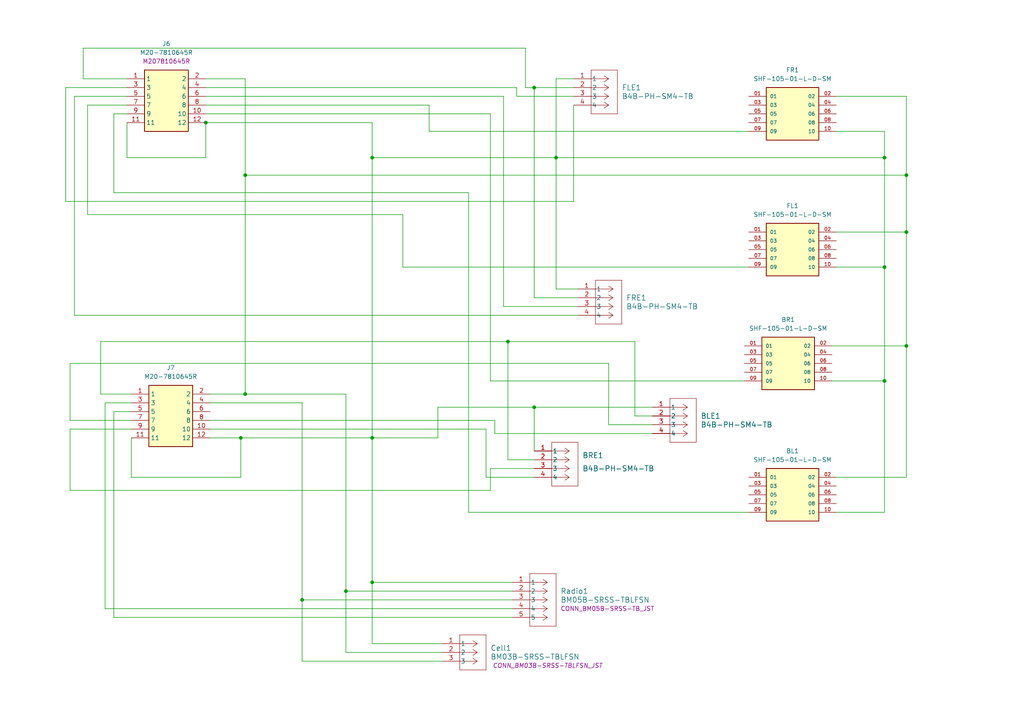
<source format=kicad_sch>
(kicad_sch (version 20230121) (generator eeschema)
  (paper "A4")
  (lib_symbols
    (symbol "2023-07-16_03-16-01:BM05B-SRSS-TBLFSN" (pin_names (offset 0.254))
      (property "Reference" "J3" (at 13.97 -3.81 0))
      (property "Value" "BM05B-SRSS-TBLFSN" (at 13.97 -6.35 0))
      (property "Footprint" "CONN_BM05B-SRSS-TB_JST" (at 0 0 0))
      (symbol "BM05B-SRSS-TBLFSN_1_1"
        (polyline (pts (xy 5.08 -12.7) (xy 12.7 -12.7)) (stroke (width 0.127)))
        (polyline (pts (xy 5.08 2.54) (xy 5.08 -12.7)) (stroke (width 0.127)))
        (polyline (pts (xy 10.16 -10.16) (xy 5.08 -10.16)) (stroke (width 0.127)))
        (polyline (pts (xy 10.16 -10.16) (xy 8.89 -11.0067)) (stroke (width 0.127)))
        (polyline (pts (xy 10.16 -10.16) (xy 8.89 -9.3133)) (stroke (width 0.127)))
        (polyline (pts (xy 10.16 -7.62) (xy 5.08 -7.62)) (stroke (width 0.127)))
        (polyline (pts (xy 10.16 -7.62) (xy 8.89 -8.4667)) (stroke (width 0.127)))
        (polyline (pts (xy 10.16 -7.62) (xy 8.89 -6.7733)) (stroke (width 0.127)))
        (polyline (pts (xy 10.16 -5.08) (xy 5.08 -5.08)) (stroke (width 0.127)))
        (polyline (pts (xy 10.16 -5.08) (xy 8.89 -5.9267)) (stroke (width 0.127)))
        (polyline (pts (xy 10.16 -5.08) (xy 8.89 -4.2333)) (stroke (width 0.127)))
        (polyline (pts (xy 10.16 -2.54) (xy 5.08 -2.54)) (stroke (width 0.127)))
        (polyline (pts (xy 10.16 -2.54) (xy 8.89 -3.3867)) (stroke (width 0.127)))
        (polyline (pts (xy 10.16 -2.54) (xy 8.89 -1.6933)) (stroke (width 0.127)))
        (polyline (pts (xy 10.16 0) (xy 5.08 0)) (stroke (width 0.127)))
        (polyline (pts (xy 10.16 0) (xy 8.89 -0.8467)) (stroke (width 0.127)))
        (polyline (pts (xy 10.16 0) (xy 8.89 0.8467)) (stroke (width 0.127)))
        (polyline (pts (xy 12.7 -12.7) (xy 12.7 2.54)) (stroke (width 0.127)))
        (polyline (pts (xy 12.7 2.54) (xy 5.08 2.54)) (stroke (width 0.127)))
        (pin unspecified line (at 0 0 0) (length 5.08) (name "1") (number "1"))
        (pin unspecified line (at 0 -2.54 0) (length 5.08) (name "2") (number "2"))
        (pin unspecified line (at 0 -5.08 0) (length 5.08) (name "3") (number "3"))
        (pin unspecified line (at 0 -7.62 0) (length 5.08) (name "4") (number "4"))
        (pin unspecified line (at 0 -10.16 0) (length 5.08) (name "5") (number "5"))
      )
      (symbol "BM05B-SRSS-TBLFSN_1_2"
        (polyline (pts (xy 5.08 -12.7) (xy 12.7 -12.7)) (stroke (width 0.127)))
        (polyline (pts (xy 5.08 2.54) (xy 5.08 -12.7)) (stroke (width 0.127)))
        (polyline (pts (xy 7.62 -10.16) (xy 5.08 -10.16)) (stroke (width 0.127)))
        (polyline (pts (xy 7.62 -10.16) (xy 8.89 -11.0067)) (stroke (width 0.127)))
        (polyline (pts (xy 7.62 -10.16) (xy 8.89 -9.3133)) (stroke (width 0.127)))
        (polyline (pts (xy 7.62 -7.62) (xy 5.08 -7.62)) (stroke (width 0.127)))
        (polyline (pts (xy 7.62 -7.62) (xy 8.89 -8.4667)) (stroke (width 0.127)))
        (polyline (pts (xy 7.62 -7.62) (xy 8.89 -6.7733)) (stroke (width 0.127)))
        (polyline (pts (xy 7.62 -5.08) (xy 5.08 -5.08)) (stroke (width 0.127)))
        (polyline (pts (xy 7.62 -5.08) (xy 8.89 -5.9267)) (stroke (width 0.127)))
        (polyline (pts (xy 7.62 -5.08) (xy 8.89 -4.2333)) (stroke (width 0.127)))
        (polyline (pts (xy 7.62 -2.54) (xy 5.08 -2.54)) (stroke (width 0.127)))
        (polyline (pts (xy 7.62 -2.54) (xy 8.89 -3.3867)) (stroke (width 0.127)))
        (polyline (pts (xy 7.62 -2.54) (xy 8.89 -1.6933)) (stroke (width 0.127)))
        (polyline (pts (xy 7.62 0) (xy 5.08 0)) (stroke (width 0.127)))
        (polyline (pts (xy 7.62 0) (xy 8.89 -0.8467)) (stroke (width 0.127)))
        (polyline (pts (xy 7.62 0) (xy 8.89 0.8467)) (stroke (width 0.127)))
        (polyline (pts (xy 12.7 -12.7) (xy 12.7 2.54)) (stroke (width 0.127)))
        (polyline (pts (xy 12.7 2.54) (xy 5.08 2.54)) (stroke (width 0.127)))
        (pin unspecified line (at 0 0 0) (length 5.08) (name "1") (number "1"))
        (pin unspecified line (at 0 -2.54 0) (length 5.08) (name "2") (number "2"))
        (pin unspecified line (at 0 -5.08 0) (length 5.08) (name "3") (number "3"))
        (pin unspecified line (at 0 -7.62 0) (length 5.08) (name "4") (number "4"))
        (pin unspecified line (at 0 -10.16 0) (length 5.08) (name "5") (number "5"))
      )
    )
    (symbol "2023-07-18_18-49-26:B4B-PH-SM4-TB" (pin_names (offset 0.254))
      (property "Reference" "J" (at 8.89 6.35 0))
      (property "Value" "B4B-PH-SM4-TB" (at 0 0 0))
      (symbol "B4B-PH-SM4-TB_1_1"
        (polyline (pts (xy 5.08 -10.16) (xy 12.7 -10.16)) (stroke (width 0.127)))
        (polyline (pts (xy 5.08 2.54) (xy 5.08 -10.16)) (stroke (width 0.127)))
        (polyline (pts (xy 10.16 -7.62) (xy 5.08 -7.62)) (stroke (width 0.127)))
        (polyline (pts (xy 10.16 -7.62) (xy 8.89 -8.4667)) (stroke (width 0.127)))
        (polyline (pts (xy 10.16 -7.62) (xy 8.89 -6.7733)) (stroke (width 0.127)))
        (polyline (pts (xy 10.16 -5.08) (xy 5.08 -5.08)) (stroke (width 0.127)))
        (polyline (pts (xy 10.16 -5.08) (xy 8.89 -5.9267)) (stroke (width 0.127)))
        (polyline (pts (xy 10.16 -5.08) (xy 8.89 -4.2333)) (stroke (width 0.127)))
        (polyline (pts (xy 10.16 -2.54) (xy 5.08 -2.54)) (stroke (width 0.127)))
        (polyline (pts (xy 10.16 -2.54) (xy 8.89 -3.3867)) (stroke (width 0.127)))
        (polyline (pts (xy 10.16 -2.54) (xy 8.89 -1.6933)) (stroke (width 0.127)))
        (polyline (pts (xy 10.16 0) (xy 5.08 0)) (stroke (width 0.127)))
        (polyline (pts (xy 10.16 0) (xy 8.89 -0.8467)) (stroke (width 0.127)))
        (polyline (pts (xy 10.16 0) (xy 8.89 0.8467)) (stroke (width 0.127)))
        (polyline (pts (xy 12.7 -10.16) (xy 12.7 2.54)) (stroke (width 0.127)))
        (polyline (pts (xy 12.7 2.54) (xy 5.08 2.54)) (stroke (width 0.127)))
        (pin unspecified line (at 0 0 0) (length 5.08) (name "1") (number "1"))
        (pin unspecified line (at 0 -2.54 0) (length 5.08) (name "2") (number "2"))
        (pin unspecified line (at 0 -5.08 0) (length 5.08) (name "3") (number "3"))
        (pin unspecified line (at 0 -7.62 0) (length 5.08) (name "4") (number "4"))
      )
      (symbol "B4B-PH-SM4-TB_1_2"
        (polyline (pts (xy 5.08 -10.16) (xy 12.7 -10.16)) (stroke (width 0.127)))
        (polyline (pts (xy 5.08 2.54) (xy 5.08 -10.16)) (stroke (width 0.127)))
        (polyline (pts (xy 7.62 -7.62) (xy 5.08 -7.62)) (stroke (width 0.127)))
        (polyline (pts (xy 7.62 -7.62) (xy 8.89 -8.4667)) (stroke (width 0.127)))
        (polyline (pts (xy 7.62 -7.62) (xy 8.89 -6.7733)) (stroke (width 0.127)))
        (polyline (pts (xy 7.62 -5.08) (xy 5.08 -5.08)) (stroke (width 0.127)))
        (polyline (pts (xy 7.62 -5.08) (xy 8.89 -5.9267)) (stroke (width 0.127)))
        (polyline (pts (xy 7.62 -5.08) (xy 8.89 -4.2333)) (stroke (width 0.127)))
        (polyline (pts (xy 7.62 -2.54) (xy 5.08 -2.54)) (stroke (width 0.127)))
        (polyline (pts (xy 7.62 -2.54) (xy 8.89 -3.3867)) (stroke (width 0.127)))
        (polyline (pts (xy 7.62 -2.54) (xy 8.89 -1.6933)) (stroke (width 0.127)))
        (polyline (pts (xy 7.62 0) (xy 5.08 0)) (stroke (width 0.127)))
        (polyline (pts (xy 7.62 0) (xy 8.89 -0.8467)) (stroke (width 0.127)))
        (polyline (pts (xy 7.62 0) (xy 8.89 0.8467)) (stroke (width 0.127)))
        (polyline (pts (xy 12.7 -10.16) (xy 12.7 2.54)) (stroke (width 0.127)))
        (polyline (pts (xy 12.7 2.54) (xy 5.08 2.54)) (stroke (width 0.127)))
        (pin unspecified line (at 0 0 0) (length 5.08) (name "1") (number "1"))
        (pin unspecified line (at 0 -2.54 0) (length 5.08) (name "2") (number "2"))
        (pin unspecified line (at 0 -5.08 0) (length 5.08) (name "3") (number "3"))
        (pin unspecified line (at 0 -7.62 0) (length 5.08) (name "4") (number "4"))
      )
    )
    (symbol "2023-07-26_03-04-05:BM03B-SRSS-TBLFSN" (pin_names (offset 0.254))
      (property "Reference" "J" (at 8.89 6.35 0))
      (property "Value" "BM03B-SRSS-TBLFSN" (at 0 0 0))
      (symbol "BM03B-SRSS-TBLFSN_1_1"
        (polyline (pts (xy 5.08 -7.62) (xy 12.7 -7.62)) (stroke (width 0.127)))
        (polyline (pts (xy 5.08 2.54) (xy 5.08 -7.62)) (stroke (width 0.127)))
        (polyline (pts (xy 10.16 -5.08) (xy 5.08 -5.08)) (stroke (width 0.127)))
        (polyline (pts (xy 10.16 -5.08) (xy 8.89 -5.9267)) (stroke (width 0.127)))
        (polyline (pts (xy 10.16 -5.08) (xy 8.89 -4.2333)) (stroke (width 0.127)))
        (polyline (pts (xy 10.16 -2.54) (xy 5.08 -2.54)) (stroke (width 0.127)))
        (polyline (pts (xy 10.16 -2.54) (xy 8.89 -3.3867)) (stroke (width 0.127)))
        (polyline (pts (xy 10.16 -2.54) (xy 8.89 -1.6933)) (stroke (width 0.127)))
        (polyline (pts (xy 10.16 0) (xy 5.08 0)) (stroke (width 0.127)))
        (polyline (pts (xy 10.16 0) (xy 8.89 -0.8467)) (stroke (width 0.127)))
        (polyline (pts (xy 10.16 0) (xy 8.89 0.8467)) (stroke (width 0.127)))
        (polyline (pts (xy 12.7 -7.62) (xy 12.7 2.54)) (stroke (width 0.127)))
        (polyline (pts (xy 12.7 2.54) (xy 5.08 2.54)) (stroke (width 0.127)))
        (pin unspecified line (at 0 0 0) (length 5.08) (name "1") (number "1"))
        (pin unspecified line (at 0 -2.54 0) (length 5.08) (name "2") (number "2"))
        (pin unspecified line (at 0 -5.08 0) (length 5.08) (name "3") (number "3"))
      )
      (symbol "BM03B-SRSS-TBLFSN_1_2"
        (polyline (pts (xy 5.08 -7.62) (xy 12.7 -7.62)) (stroke (width 0.127)))
        (polyline (pts (xy 5.08 2.54) (xy 5.08 -7.62)) (stroke (width 0.127)))
        (polyline (pts (xy 7.62 -5.08) (xy 5.08 -5.08)) (stroke (width 0.127)))
        (polyline (pts (xy 7.62 -5.08) (xy 8.89 -5.9267)) (stroke (width 0.127)))
        (polyline (pts (xy 7.62 -5.08) (xy 8.89 -4.2333)) (stroke (width 0.127)))
        (polyline (pts (xy 7.62 -2.54) (xy 5.08 -2.54)) (stroke (width 0.127)))
        (polyline (pts (xy 7.62 -2.54) (xy 8.89 -3.3867)) (stroke (width 0.127)))
        (polyline (pts (xy 7.62 -2.54) (xy 8.89 -1.6933)) (stroke (width 0.127)))
        (polyline (pts (xy 7.62 0) (xy 5.08 0)) (stroke (width 0.127)))
        (polyline (pts (xy 7.62 0) (xy 8.89 -0.8467)) (stroke (width 0.127)))
        (polyline (pts (xy 7.62 0) (xy 8.89 0.8467)) (stroke (width 0.127)))
        (polyline (pts (xy 12.7 -7.62) (xy 12.7 2.54)) (stroke (width 0.127)))
        (polyline (pts (xy 12.7 2.54) (xy 5.08 2.54)) (stroke (width 0.127)))
        (pin unspecified line (at 0 0 0) (length 5.08) (name "1") (number "1"))
        (pin unspecified line (at 0 -2.54 0) (length 5.08) (name "2") (number "2"))
        (pin unspecified line (at 0 -5.08 0) (length 5.08) (name "3") (number "3"))
      )
    )
    (symbol "M20-7810645R:M20-7810645R"
      (property "Reference" "J" (at 19.05 7.62 0))
      (property "Value" "M20-7810645R" (at 19.05 5.08 0))
      (symbol "M20-7810645R_1_1"
        (rectangle (start 5.08 2.54) (end 17.78 -15.24) (stroke (width 0.254)) (fill (type background)))
        (pin passive line (at 0 0 0) (length 5.08) (name "1") (number "1"))
        (pin passive line (at 22.86 -10.16 180) (length 5.08) (name "10") (number "10"))
        (pin passive line (at 0 -12.7 0) (length 5.08) (name "11") (number "11"))
        (pin passive line (at 22.86 -12.7 180) (length 5.08) (name "12") (number "12"))
        (pin passive line (at 22.86 0 180) (length 5.08) (name "2") (number "2"))
        (pin passive line (at 0 -2.54 0) (length 5.08) (name "3") (number "3"))
        (pin passive line (at 22.86 -2.54 180) (length 5.08) (name "4") (number "4"))
        (pin passive line (at 0 -5.08 0) (length 5.08) (name "5") (number "5"))
        (pin passive line (at 22.86 -5.08 180) (length 5.08) (name "6") (number "6"))
        (pin passive line (at 0 -7.62 0) (length 5.08) (name "7") (number "7"))
        (pin passive line (at 22.86 -7.62 180) (length 5.08) (name "8") (number "8"))
        (pin passive line (at 0 -10.16 0) (length 5.08) (name "9") (number "9"))
      )
    )
    (symbol "SHF-105-01-L-D-SM:SHF-105-01-L-D-SM" (pin_names (offset 1.016))
      (property "Reference" "J" (at -7.62 10.16 0))
      (property "Value" "SHF-105-01-L-D-SM" (at -7.62 -10.16 0))
      (symbol "SHF-105-01-L-D-SM_0_0"
        (rectangle (start -7.62 -7.62) (end 7.62 7.62) (stroke (width 0.254)) (fill (type background)))
        (pin passive line (at -12.7 5.08 0) (length 5.08) (name "01") (number "01"))
        (pin passive line (at 12.7 5.08 180) (length 5.08) (name "02") (number "02"))
        (pin passive line (at -12.7 2.54 0) (length 5.08) (name "03") (number "03"))
        (pin passive line (at 12.7 2.54 180) (length 5.08) (name "04") (number "04"))
        (pin passive line (at -12.7 0 0) (length 5.08) (name "05") (number "05"))
        (pin passive line (at 12.7 0 180) (length 5.08) (name "06") (number "06"))
        (pin passive line (at -12.7 -2.54 0) (length 5.08) (name "07") (number "07"))
        (pin passive line (at 12.7 -2.54 180) (length 5.08) (name "08") (number "08"))
        (pin passive line (at -12.7 -5.08 0) (length 5.08) (name "09") (number "09"))
        (pin passive line (at 12.7 -5.08 180) (length 5.08) (name "10") (number "10"))
      )
    )
  )
  (junction (at 154.94 118.11))
  (junction (at 71.12 50.8))
  (junction (at 256.54 45.72))
  (junction (at 256.54 77.47))
  (junction (at 87.63 173.99))
  (junction (at 147.32 99.06))
  (junction (at 107.95 168.91))
  (junction (at 107.95 45.72))
  (junction (at 262.89 50.8))
  (junction (at 262.89 67.31))
  (junction (at 262.89 100.33))
  (junction (at 71.12 114.3))
  (junction (at 256.54 110.49))
  (junction (at 161.29 45.72))
  (junction (at 100.33 171.45))
  (junction (at 154.94 25.4))
  (junction (at 69.85 127))
  (junction (at 107.95 127))
  (junction (at 59.69 35.56))
  (wire (pts (xy 100.33 189.23) (xy 128.27 189.23)))
  (wire (pts (xy 107.95 186.69) (xy 107.95 168.91)))
  (wire (pts (xy 154.94 138.43) (xy 140.97 138.43)))
  (wire (pts (xy 69.85 127) (xy 69.85 138.43)))
  (wire (pts (xy 154.94 135.89) (xy 142.24 135.89)))
  (wire (pts (xy 154.94 118.11) (xy 154.94 130.81)))
  (wire (pts (xy 33.02 55.88) (xy 135.89 55.88)))
  (wire (pts (xy 242.57 67.31) (xy 262.89 67.31)))
  (wire (pts (xy 242.57 27.94) (xy 262.89 27.94)))
  (wire (pts (xy 242.57 77.47) (xy 256.54 77.47)))
  (wire (pts (xy 242.57 38.1) (xy 256.54 38.1)))
  (wire (pts (xy 256.54 45.72) (xy 256.54 77.47)))
  (wire (pts (xy 20.32 124.46) (xy 38.1 124.46)))
  (wire (pts (xy 19.05 25.4) (xy 36.83 25.4)))
  (wire (pts (xy 135.89 148.59) (xy 217.17 148.59)))
  (wire (pts (xy 116.84 77.47) (xy 217.17 77.47)))
  (wire (pts (xy 36.83 33.02) (xy 33.02 33.02)))
  (wire (pts (xy 167.64 88.9) (xy 146.05 88.9)))
  (wire (pts (xy 107.95 45.72) (xy 161.29 45.72)))
  (wire (pts (xy 154.94 25.4) (xy 152.4 25.4)))
  (wire (pts (xy 142.24 33.02) (xy 142.24 110.49)))
  (wire (pts (xy 100.33 171.45) (xy 100.33 189.23)))
  (wire (pts (xy 60.96 121.92) (xy 143.51 121.92)))
  (wire (pts (xy 38.1 116.84) (xy 30.48 116.84)))
  (wire (pts (xy 135.89 55.88) (xy 135.89 148.59)))
  (wire (pts (xy 189.23 118.11) (xy 154.94 118.11)))
  (wire (pts (xy 149.86 27.94) (xy 166.37 27.94)))
  (wire (pts (xy 154.94 118.11) (xy 127 118.11)))
  (wire (pts (xy 256.54 148.59) (xy 242.57 148.59)))
  (wire (pts (xy 71.12 114.3) (xy 100.33 114.3)))
  (wire (pts (xy 124.46 38.1) (xy 217.17 38.1)))
  (wire (pts (xy 148.59 171.45) (xy 100.33 171.45)))
  (wire (pts (xy 262.89 67.31) (xy 262.89 100.33)))
  (wire (pts (xy 142.24 110.49) (xy 215.9 110.49)))
  (wire (pts (xy 256.54 38.1) (xy 256.54 45.72)))
  (wire (pts (xy 107.95 45.72) (xy 107.95 127)))
  (wire (pts (xy 59.69 22.86) (xy 71.12 22.86)))
  (wire (pts (xy 262.89 138.43) (xy 242.57 138.43)))
  (wire (pts (xy 24.13 22.86) (xy 36.83 22.86)))
  (wire (pts (xy 107.95 35.56) (xy 107.95 45.72)))
  (wire (pts (xy 33.02 119.38) (xy 33.02 179.07)))
  (wire (pts (xy 36.83 35.56) (xy 36.83 45.72)))
  (wire (pts (xy 20.32 105.41) (xy 20.32 121.92)))
  (wire (pts (xy 25.4 30.48) (xy 36.83 30.48)))
  (wire (pts (xy 241.3 100.33) (xy 262.89 100.33)))
  (wire (pts (xy 146.05 27.94) (xy 59.69 27.94)))
  (wire (pts (xy 71.12 22.86) (xy 71.12 50.8)))
  (wire (pts (xy 148.59 176.53) (xy 30.48 176.53)))
  (wire (pts (xy 60.96 116.84) (xy 87.63 116.84)))
  (wire (pts (xy 60.96 127) (xy 69.85 127)))
  (wire (pts (xy 71.12 50.8) (xy 71.12 114.3)))
  (wire (pts (xy 38.1 138.43) (xy 69.85 138.43)))
  (wire (pts (xy 152.4 13.97) (xy 24.13 13.97)))
  (wire (pts (xy 30.48 116.84) (xy 30.48 176.53)))
  (wire (pts (xy 148.59 173.99) (xy 87.63 173.99)))
  (wire (pts (xy 166.37 58.42) (xy 19.05 58.42)))
  (wire (pts (xy 147.32 99.06) (xy 29.21 99.06)))
  (wire (pts (xy 262.89 27.94) (xy 262.89 50.8)))
  (wire (pts (xy 149.86 27.94) (xy 149.86 25.4)))
  (wire (pts (xy 128.27 186.69) (xy 107.95 186.69)))
  (wire (pts (xy 143.51 121.92) (xy 143.51 125.73)))
  (wire (pts (xy 161.29 22.86) (xy 161.29 45.72)))
  (wire (pts (xy 241.3 110.49) (xy 256.54 110.49)))
  (wire (pts (xy 262.89 100.33) (xy 262.89 138.43)))
  (wire (pts (xy 161.29 45.72) (xy 256.54 45.72)))
  (wire (pts (xy 140.97 124.46) (xy 60.96 124.46)))
  (wire (pts (xy 25.4 62.23) (xy 25.4 30.48)))
  (wire (pts (xy 189.23 120.65) (xy 184.15 120.65)))
  (wire (pts (xy 146.05 88.9) (xy 146.05 27.94)))
  (wire (pts (xy 38.1 127) (xy 38.1 138.43)))
  (wire (pts (xy 20.32 121.92) (xy 38.1 121.92)))
  (wire (pts (xy 21.59 27.94) (xy 36.83 27.94)))
  (wire (pts (xy 60.96 114.3) (xy 71.12 114.3)))
  (wire (pts (xy 147.32 99.06) (xy 147.32 133.35)))
  (wire (pts (xy 59.69 25.4) (xy 149.86 25.4)))
  (wire (pts (xy 33.02 119.38) (xy 38.1 119.38)))
  (wire (pts (xy 124.46 30.48) (xy 59.69 30.48)))
  (wire (pts (xy 166.37 25.4) (xy 154.94 25.4)))
  (wire (pts (xy 161.29 45.72) (xy 161.29 83.82)))
  (wire (pts (xy 184.15 99.06) (xy 147.32 99.06)))
  (wire (pts (xy 167.64 91.44) (xy 21.59 91.44)))
  (wire (pts (xy 24.13 13.97) (xy 24.13 22.86)))
  (wire (pts (xy 127 118.11) (xy 127 127)))
  (wire (pts (xy 20.32 124.46) (xy 20.32 142.24)))
  (wire (pts (xy 154.94 133.35) (xy 147.32 133.35)))
  (wire (pts (xy 29.21 99.06) (xy 29.21 114.3)))
  (wire (pts (xy 140.97 124.46) (xy 140.97 138.43)))
  (wire (pts (xy 29.21 114.3) (xy 38.1 114.3)))
  (wire (pts (xy 107.95 127) (xy 107.95 168.91)))
  (wire (pts (xy 142.24 135.89) (xy 142.24 142.24)))
  (wire (pts (xy 71.12 50.8) (xy 262.89 50.8)))
  (wire (pts (xy 262.89 50.8) (xy 262.89 67.31)))
  (wire (pts (xy 176.53 105.41) (xy 176.53 123.19)))
  (wire (pts (xy 20.32 105.41) (xy 176.53 105.41)))
  (wire (pts (xy 59.69 45.72) (xy 36.83 45.72)))
  (wire (pts (xy 100.33 114.3) (xy 100.33 171.45)))
  (wire (pts (xy 166.37 22.86) (xy 161.29 22.86)))
  (wire (pts (xy 189.23 123.19) (xy 176.53 123.19)))
  (wire (pts (xy 116.84 77.47) (xy 116.84 62.23)))
  (wire (pts (xy 19.05 58.42) (xy 19.05 25.4)))
  (wire (pts (xy 189.23 125.73) (xy 143.51 125.73)))
  (wire (pts (xy 256.54 77.47) (xy 256.54 110.49)))
  (wire (pts (xy 107.95 127) (xy 127 127)))
  (wire (pts (xy 256.54 110.49) (xy 256.54 148.59)))
  (wire (pts (xy 152.4 25.4) (xy 152.4 13.97)))
  (wire (pts (xy 33.02 33.02) (xy 33.02 55.88)))
  (wire (pts (xy 142.24 142.24) (xy 20.32 142.24)))
  (wire (pts (xy 154.94 86.36) (xy 154.94 25.4)))
  (wire (pts (xy 184.15 120.65) (xy 184.15 99.06)))
  (wire (pts (xy 59.69 35.56) (xy 59.69 45.72)))
  (wire (pts (xy 69.85 127) (xy 107.95 127)))
  (wire (pts (xy 124.46 38.1) (xy 124.46 30.48)))
  (wire (pts (xy 21.59 91.44) (xy 21.59 27.94)))
  (wire (pts (xy 161.29 83.82) (xy 167.64 83.82)))
  (wire (pts (xy 59.69 33.02) (xy 142.24 33.02)))
  (wire (pts (xy 25.4 62.23) (xy 116.84 62.23)))
  (wire (pts (xy 59.69 35.56) (xy 107.95 35.56)))
  (wire (pts (xy 128.27 191.77) (xy 87.63 191.77)))
  (wire (pts (xy 166.37 30.48) (xy 166.37 58.42)))
  (wire (pts (xy 87.63 116.84) (xy 87.63 173.99)))
  (wire (pts (xy 148.59 168.91) (xy 107.95 168.91)))
  (wire (pts (xy 87.63 191.77) (xy 87.63 173.99)))
  (wire (pts (xy 167.64 86.36) (xy 154.94 86.36)))
  (wire (pts (xy 33.02 179.07) (xy 148.59 179.07)))
  (symbol (lib_id "2023-07-16_03-16-01:BM05B-SRSS-TBLFSN") (at 148.59 168.91 0) (unit 1)
    (property "Reference" "Radio1" (at 162.56 171.45 0) (effects (font (size 1.524 1.524)) (justify left)))
    (property "Value" "BM05B-SRSS-TBLFSN" (at 162.56 173.99 0) (effects (font (size 1.524 1.524)) (justify left)))
    (property "Footprint" "CONN_BM05B-SRSS-TB_JST" (at 162.56 176.53 0) (effects (justify left)))
    (property "Datasheet" "BM05B-SRSS-TBLFSN" (effects hide))
  )
  (symbol (lib_id "2023-07-18_18-49-26:B4B-PH-SM4-TB") (at 167.64 83.82 0) (unit 1)
    (property "Reference" "FRE1" (at 181.61 86.36 0) (effects (font (size 1.524 1.524)) (justify left)))
    (property "Value" "B4B-PH-SM4-TB" (at 181.61 88.9 0) (effects (font (size 1.524 1.524)) (justify left)))
    (property "Footprint" "Connector_JST:JST_PH_B4B-PH-SM4-TB_1x04-1MP_P2.00mm_Vertical" (effects hide))
    (property "Datasheet" "B4B-PH-SM4-TB" (effects hide))
  )
  (symbol (lib_id "SHF-105-01-L-D-SM:SHF-105-01-L-D-SM") (at 228.6 105.41 0) (unit 1)
    (property "Reference" "BR1" (at 228.6 92.71 0))
    (property "Value" "SHF-105-01-L-D-SM" (at 228.6 95.25 0))
    (property "Footprint" "SAMTEC_SHF-105-01-L-D-SM" (effects hide))
    (property "PARTREV" "A" (effects hide))
    (property "STANDARD" "Manufacturer Recommendations" (effects hide))
    (property "MAXIMUM_PACKAGE_HEIGHT" "5.46 mm" (effects hide))
    (property "MANUFACTURER" "Samtec" (effects hide))
  )
  (symbol (lib_id "SHF-105-01-L-D-SM:SHF-105-01-L-D-SM") (at 229.87 143.51 0) (unit 1)
    (property "Reference" "BL1" (at 229.87 130.81 0))
    (property "Value" "SHF-105-01-L-D-SM" (at 229.87 133.35 0))
    (property "Footprint" "SAMTEC_SHF-105-01-L-D-SM" (effects hide))
    (property "PARTREV" "A" (effects hide))
    (property "STANDARD" "Manufacturer Recommendations" (effects hide))
    (property "MAXIMUM_PACKAGE_HEIGHT" "5.46 mm" (effects hide))
    (property "MANUFACTURER" "Samtec" (effects hide))
  )
  (symbol (lib_id "SHF-105-01-L-D-SM:SHF-105-01-L-D-SM") (at 229.87 72.39 0) (unit 1)
    (property "Reference" "FL1" (at 229.87 59.69 0))
    (property "Value" "SHF-105-01-L-D-SM" (at 229.87 62.23 0))
    (property "Footprint" "SAMTEC_SHF-105-01-L-D-SM" (effects hide))
    (property "PARTREV" "A" (effects hide))
    (property "STANDARD" "Manufacturer Recommendations" (effects hide))
    (property "MAXIMUM_PACKAGE_HEIGHT" "5.46 mm" (effects hide))
    (property "MANUFACTURER" "Samtec" (effects hide))
  )
  (symbol (lib_id "M20-7810645R:M20-7810645R") (at 36.83 22.86 0) (unit 1)
    (property "Reference" "J6" (at 48.26 12.7 0))
    (property "Value" "M20-7810645R" (at 48.26 15.24 0))
    (property "Footprint" "M207810645R" (at 48.26 17.78 0))
    (property "Datasheet" "https://cdn.harwin.com/pdfs/M20-781.pdf" (effects hide))
    (property "Height" "4" (effects hide))
    (property "Manufacturer_Name" "Harwin" (effects hide))
    (property "Manufacturer_Part_Number" "M20-7810645R" (effects hide))
    (property "Mouser Part Number" "855-M20-7810645R" (effects hide))
    (property "Mouser Price/Stock" "https://www.mouser.co.uk/ProductDetail/Harwin/M20-7810645R?qs=k41KVqW3ymrt%2Fg9ORH5nng%3D%3D" (effects hide))
  )
  (symbol (lib_id "2023-07-26_03-04-05:BM03B-SRSS-TBLFSN") (at 128.27 186.69 0) (unit 1)
    (property "Reference" "Cell1" (at 142.24 187.96 0) (effects (font (size 1.524 1.524)) (justify left)))
    (property "Value" "BM03B-SRSS-TBLFSN" (at 142.24 190.5 0) (effects (font (size 1.524 1.524)) (justify left)))
    (property "Footprint" "CONN_BM03B-SRSS-TBLFSN_JST" (at 158.75 193.04 0) (effects (font italic)))
    (property "Datasheet" "BM03B-SRSS-TBLFSN" (effects hide))
  )
  (symbol (lib_id "2023-07-18_18-49-26:B4B-PH-SM4-TB") (at 189.23 118.11 0) (unit 1)
    (property "Reference" "BLE1" (at 203.2 120.65 0) (effects (font (size 1.524 1.524)) (justify left)))
    (property "Value" "B4B-PH-SM4-TB" (at 203.2 123.19 0) (effects (font (size 1.524 1.524)) (justify left)))
    (property "Footprint" "Connector_JST:JST_PH_B4B-PH-SM4-TB_1x04-1MP_P2.00mm_Vertical" (effects hide))
    (property "Datasheet" "B4B-PH-SM4-TB" (effects hide))
  )
  (symbol (lib_id "2023-07-18_18-49-26:B4B-PH-SM4-TB") (at 154.94 130.81 0) (unit 1)
    (property "Reference" "BRE1" (at 168.91 132.08 0) (effects (font (size 1.524 1.524)) (justify left)))
    (property "Value" "B4B-PH-SM4-TB" (at 168.91 135.89 0) (effects (font (size 1.524 1.524)) (justify left)))
    (property "Footprint" "Connector_JST:JST_PH_B4B-PH-SM4-TB_1x04-1MP_P2.00mm_Vertical" (effects hide))
    (property "Datasheet" "B4B-PH-SM4-TB" (effects hide))
  )
  (symbol (lib_id "M20-7810645R:M20-7810645R") (at 38.1 114.3 0) (unit 1)
    (property "Reference" "J7" (at 49.53 106.68 0))
    (property "Value" "M20-7810645R" (at 49.53 109.22 0))
    (property "Footprint" "M207810645R" (effects hide))
    (property "Datasheet" "https://cdn.harwin.com/pdfs/M20-781.pdf" (effects hide))
    (property "Height" "4" (effects hide))
    (property "Manufacturer_Name" "Harwin" (effects hide))
    (property "Manufacturer_Part_Number" "M20-7810645R" (effects hide))
    (property "Mouser Part Number" "855-M20-7810645R" (effects hide))
    (property "Mouser Price/Stock" "https://www.mouser.co.uk/ProductDetail/Harwin/M20-7810645R?qs=k41KVqW3ymrt%2Fg9ORH5nng%3D%3D" (effects hide))
  )
  (symbol (lib_id "SHF-105-01-L-D-SM:SHF-105-01-L-D-SM") (at 229.87 33.02 0) (unit 1)
    (property "Reference" "FR1" (at 229.87 20.32 0))
    (property "Value" "SHF-105-01-L-D-SM" (at 229.87 22.86 0))
    (property "Footprint" "SAMTEC_SHF-105-01-L-D-SM" (effects hide))
    (property "PARTREV" "A" (effects hide))
    (property "STANDARD" "Manufacturer Recommendations" (effects hide))
    (property "MAXIMUM_PACKAGE_HEIGHT" "5.46 mm" (effects hide))
    (property "MANUFACTURER" "Samtec" (effects hide))
  )
  (symbol (lib_id "2023-07-18_18-49-26:B4B-PH-SM4-TB") (at 166.37 22.86 0) (unit 1)
    (property "Reference" "FLE1" (at 180.34 25.4 0) (effects (font (size 1.524 1.524)) (justify left)))
    (property "Value" "B4B-PH-SM4-TB" (at 180.34 27.94 0) (effects (font (size 1.524 1.524)) (justify left)))
    (property "Footprint" "Connector_JST:JST_PH_B4B-PH-SM4-TB_1x04-1MP_P2.00mm_Vertical" (effects hide))
    (property "Datasheet" "B4B-PH-SM4-TB" (effects hide))
  )
)
</source>
